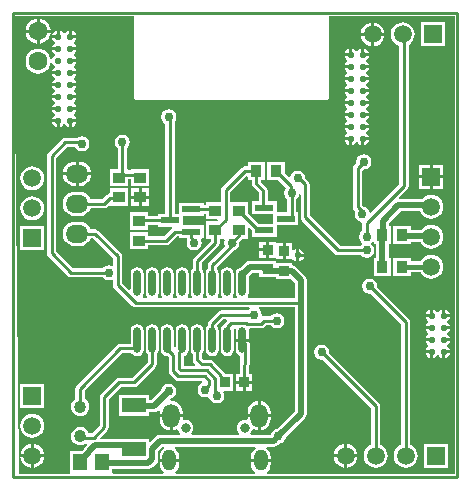
<source format=gbl>
G04*
G04 #@! TF.GenerationSoftware,Altium Limited,Altium Designer,20.1.12 (249)*
G04*
G04 Layer_Physical_Order=2*
G04 Layer_Color=16711680*
%FSLAX25Y25*%
%MOIN*%
G70*
G04*
G04 #@! TF.SameCoordinates,74860364-7C4C-4BB1-8EB4-A47DF166201D*
G04*
G04*
G04 #@! TF.FilePolarity,Positive*
G04*
G01*
G75*
%ADD14C,0.01000*%
%ADD20R,0.03937X0.03740*%
%ADD21R,0.03543X0.03347*%
%ADD22R,0.03347X0.03543*%
%ADD24R,0.03740X0.03937*%
%ADD49C,0.01968*%
%ADD50C,0.01500*%
%ADD51C,0.05906*%
%ADD52R,0.05906X0.05906*%
%ADD53C,0.04055*%
%ADD54R,0.05906X0.05906*%
%ADD55C,0.03150*%
%ADD56O,0.04528X0.07087*%
%ADD57O,0.05709X0.07874*%
%ADD58C,0.06299*%
%ADD59O,0.07500X0.06000*%
%ADD60C,0.02996*%
%ADD61C,0.02126*%
%ADD62R,0.04528X0.05512*%
%ADD63O,0.02362X0.08661*%
%ADD64R,0.07874X0.04921*%
%ADD65R,0.06299X0.02362*%
G36*
X147500Y1000D02*
X84798D01*
X84628Y1500D01*
X85084Y1849D01*
X85607Y2531D01*
X85936Y3325D01*
X86048Y4177D01*
Y4957D01*
X79464D01*
Y4177D01*
X79576Y3325D01*
X79905Y2531D01*
X80428Y1849D01*
X80884Y1500D01*
X80714Y1000D01*
X54286Y1000D01*
X54116Y1500D01*
X54572Y1849D01*
X55095Y2531D01*
X55424Y3325D01*
X55536Y4177D01*
Y4957D01*
X48952D01*
Y4177D01*
X49064Y3325D01*
X49393Y2531D01*
X49916Y1849D01*
X50372Y1500D01*
X50202Y1000D01*
X33446D01*
X33047Y1500D01*
Y2650D01*
X45259D01*
X46033Y2804D01*
X46689Y3243D01*
X47852Y4405D01*
X48290Y5061D01*
X48444Y5836D01*
Y8583D01*
X49821Y9960D01*
X50283Y9909D01*
X50435Y9462D01*
X49916Y9064D01*
X49393Y8382D01*
X49064Y7588D01*
X48952Y6736D01*
Y5957D01*
X55536D01*
Y6736D01*
X55424Y7588D01*
X55095Y8382D01*
X54572Y9064D01*
X54034Y9477D01*
X54203Y9977D01*
X80797D01*
X80966Y9477D01*
X80428Y9064D01*
X79905Y8382D01*
X79576Y7588D01*
X79464Y6736D01*
Y5957D01*
X86048D01*
Y6736D01*
X85936Y7588D01*
X85607Y8382D01*
X85084Y9064D01*
X84545Y9477D01*
X84715Y9977D01*
X87000D01*
X87774Y10131D01*
X88431Y10569D01*
X88892Y11031D01*
X89475Y11147D01*
X90301Y11699D01*
X90853Y12525D01*
X90969Y13108D01*
X97431Y19569D01*
X97869Y20226D01*
X98023Y21000D01*
Y58500D01*
Y65500D01*
X97869Y66274D01*
X97431Y66931D01*
X94431Y69931D01*
X93774Y70369D01*
X93272Y70469D01*
Y71425D01*
X87772D01*
Y71925D01*
X83740D01*
X83248Y72023D01*
X79000D01*
X78226Y71869D01*
X77569Y71431D01*
X75827Y69688D01*
X75649Y69653D01*
X74928Y69171D01*
X74445Y68449D01*
X74276Y67598D01*
Y61299D01*
X74445Y60448D01*
X74725Y60029D01*
X74458Y59529D01*
X73542D01*
X73275Y60029D01*
X73554Y60448D01*
X73724Y61299D01*
Y67598D01*
X73554Y68449D01*
X73072Y69171D01*
X72351Y69653D01*
X71500Y69822D01*
X70649Y69653D01*
X69928Y69171D01*
X69446Y68449D01*
X69276Y67598D01*
Y61299D01*
X69446Y60448D01*
X69725Y60029D01*
X69458Y59529D01*
X68542D01*
X68275Y60029D01*
X68555Y60448D01*
X68724Y61299D01*
Y67598D01*
X68555Y68449D01*
X68072Y69171D01*
X68029Y69200D01*
Y69867D01*
X73769Y75606D01*
X73975Y75647D01*
X74801Y76199D01*
X75353Y77025D01*
X75547Y78000D01*
X75483Y78320D01*
X76545Y79382D01*
X78469D01*
Y83062D01*
X78930Y83253D01*
X79764Y82420D01*
Y80079D01*
X88063D01*
Y83819D01*
X95150D01*
Y88181D01*
X94529D01*
Y92518D01*
X94801Y92699D01*
X95353Y93525D01*
X95471Y94116D01*
X95971Y94067D01*
Y86500D01*
X96087Y85915D01*
X96419Y85419D01*
X107419Y74419D01*
X107915Y74087D01*
X108500Y73971D01*
X116018D01*
X116199Y73699D01*
X117025Y73147D01*
X118000Y72953D01*
X118975Y73147D01*
X119801Y73699D01*
X120353Y74525D01*
X120547Y75500D01*
X120353Y76475D01*
X119801Y77301D01*
X119503Y77500D01*
Y78000D01*
X119801Y78199D01*
X119882Y78320D01*
X120382Y78168D01*
Y77531D01*
X121229D01*
Y72969D01*
X120382D01*
Y67032D01*
X126122D01*
Y72969D01*
X125275D01*
Y77531D01*
X126122D01*
Y83469D01*
X125444D01*
Y84583D01*
X129338Y88477D01*
X135853D01*
X136047Y88007D01*
X136681Y87181D01*
X137507Y86547D01*
X138468Y86149D01*
X139500Y86013D01*
X140532Y86149D01*
X141493Y86547D01*
X142319Y87181D01*
X142953Y88007D01*
X143351Y88968D01*
X143487Y90000D01*
X143351Y91032D01*
X142953Y91993D01*
X142319Y92819D01*
X141493Y93453D01*
X140532Y93851D01*
X139500Y93987D01*
X138468Y93851D01*
X137507Y93453D01*
X136681Y92819D01*
X136454Y92523D01*
X128893D01*
X128686Y93023D01*
X131534Y95871D01*
X131866Y96368D01*
X131982Y96953D01*
Y144043D01*
X131993Y144047D01*
X132819Y144681D01*
X133453Y145507D01*
X133851Y146468D01*
X133987Y147500D01*
X133851Y148532D01*
X133453Y149493D01*
X132819Y150319D01*
X131993Y150953D01*
X131032Y151351D01*
X130000Y151487D01*
X128968Y151351D01*
X128007Y150953D01*
X127181Y150319D01*
X126547Y149493D01*
X126149Y148532D01*
X126013Y147500D01*
X126149Y146468D01*
X126547Y145507D01*
X127181Y144681D01*
X128007Y144047D01*
X128923Y143667D01*
Y97586D01*
X119387Y88050D01*
X118909Y88195D01*
X118853Y88475D01*
X118301Y89301D01*
X117475Y89853D01*
X117258Y89896D01*
X116529Y90625D01*
Y102062D01*
X116993Y102454D01*
X117000Y102453D01*
X117975Y102647D01*
X118801Y103199D01*
X119353Y104025D01*
X119547Y105000D01*
X119353Y105975D01*
X118801Y106801D01*
X117975Y107353D01*
X117000Y107547D01*
X116025Y107353D01*
X115199Y106801D01*
X114647Y105975D01*
X114453Y105000D01*
X114517Y104680D01*
X113919Y104081D01*
X113587Y103585D01*
X113471Y103000D01*
Y89991D01*
X113587Y89406D01*
X113919Y88910D01*
X114230Y88599D01*
X114147Y88475D01*
X113953Y87500D01*
X114147Y86525D01*
X114699Y85699D01*
X115525Y85147D01*
X116068Y85039D01*
X116471Y84500D01*
Y81982D01*
X116199Y81801D01*
X115647Y80975D01*
X115453Y80000D01*
X115647Y79025D01*
X116199Y78199D01*
X116497Y78000D01*
Y77500D01*
X116199Y77301D01*
X116018Y77029D01*
X109134D01*
X99029Y87134D01*
Y97500D01*
X98913Y98085D01*
X98581Y98581D01*
X97518Y99645D01*
X97353Y100475D01*
X96801Y101301D01*
X95975Y101853D01*
X95000Y102047D01*
X94025Y101853D01*
X93199Y101301D01*
X92647Y100475D01*
X92547Y99973D01*
X92005Y99808D01*
X90618Y101194D01*
Y104969D01*
X84878D01*
Y99032D01*
X88455D01*
X91089Y96398D01*
Y96136D01*
X90647Y95475D01*
X90453Y94500D01*
X90647Y93525D01*
X91199Y92699D01*
X91471Y92518D01*
Y88181D01*
X88063D01*
Y91921D01*
X85029D01*
Y95500D01*
X84913Y96085D01*
X84581Y96581D01*
X82781Y98382D01*
Y99032D01*
X84122D01*
Y104969D01*
X78382D01*
Y103529D01*
X77500D01*
X76915Y103413D01*
X76419Y103081D01*
X69887Y96550D01*
X69556Y96054D01*
X69439Y95468D01*
Y91618D01*
X64531D01*
Y90770D01*
X63693D01*
Y91421D01*
X55394D01*
Y87681D01*
X53986D01*
Y118476D01*
X54353Y119025D01*
X54547Y120000D01*
X54353Y120975D01*
X53801Y121801D01*
X52975Y122353D01*
X52000Y122547D01*
X51025Y122353D01*
X50199Y121801D01*
X49647Y120975D01*
X49453Y120000D01*
X49647Y119025D01*
X50199Y118199D01*
X50927Y117712D01*
Y87681D01*
X48307D01*
Y87029D01*
X44969D01*
Y88118D01*
X39031D01*
Y82378D01*
X44969D01*
Y83971D01*
X48307D01*
Y83319D01*
X52993D01*
X53150Y82915D01*
X53156Y82819D01*
X50618Y80281D01*
X44969D01*
Y81622D01*
X39031D01*
Y75882D01*
X44969D01*
Y77223D01*
X51252D01*
X51837Y77339D01*
X52333Y77671D01*
X54893Y80230D01*
X55394D01*
Y79579D01*
X58014D01*
Y79497D01*
X58130Y78912D01*
X58133Y78907D01*
X57953Y78000D01*
X58147Y77025D01*
X58699Y76199D01*
X59525Y75647D01*
X60500Y75453D01*
X61475Y75647D01*
X62301Y76199D01*
X62853Y77025D01*
X63047Y78000D01*
X62853Y78975D01*
X62744Y79138D01*
X62980Y79579D01*
X63693D01*
Y83941D01*
X56606D01*
Y87059D01*
X63693D01*
Y87711D01*
X64531D01*
Y85878D01*
X68254D01*
X68464Y85401D01*
X68240Y85122D01*
X64531D01*
Y79382D01*
X65971D01*
Y78633D01*
X60419Y73081D01*
X60087Y72585D01*
X59971Y72000D01*
Y69200D01*
X59927Y69171D01*
X59446Y68449D01*
X59276Y67598D01*
Y61299D01*
X59446Y60448D01*
X59725Y60029D01*
X59458Y59529D01*
X58542D01*
X58275Y60029D01*
X58555Y60448D01*
X58724Y61299D01*
Y67598D01*
X58555Y68449D01*
X58073Y69171D01*
X57351Y69653D01*
X56500Y69822D01*
X55649Y69653D01*
X54927Y69171D01*
X54445Y68449D01*
X54276Y67598D01*
Y61299D01*
X54445Y60448D01*
X54725Y60029D01*
X54458Y59529D01*
X53542D01*
X53275Y60029D01*
X53554Y60448D01*
X53724Y61299D01*
Y67598D01*
X53554Y68449D01*
X53073Y69171D01*
X52351Y69653D01*
X51500Y69822D01*
X50649Y69653D01*
X49927Y69171D01*
X49445Y68449D01*
X49276Y67598D01*
Y61299D01*
X49445Y60448D01*
X49725Y60029D01*
X49458Y59529D01*
X48542D01*
X48275Y60029D01*
X48555Y60448D01*
X48724Y61299D01*
Y67598D01*
X48555Y68449D01*
X48072Y69171D01*
X47351Y69653D01*
X46500Y69822D01*
X45649Y69653D01*
X44927Y69171D01*
X44445Y68449D01*
X44276Y67598D01*
Y61299D01*
X44445Y60448D01*
X44725Y60029D01*
X44458Y59529D01*
X43542D01*
X43275Y60029D01*
X43555Y60448D01*
X43724Y61299D01*
Y67598D01*
X43555Y68449D01*
X43073Y69171D01*
X42351Y69653D01*
X41500Y69822D01*
X40649Y69653D01*
X39928Y69171D01*
X39445Y68449D01*
X39276Y67598D01*
Y62548D01*
X38814Y62356D01*
X36527Y64643D01*
Y73502D01*
X36411Y74087D01*
X36079Y74583D01*
X28581Y82081D01*
X28085Y82413D01*
X27500Y82529D01*
X25946D01*
X25744Y83017D01*
X25103Y83853D01*
X24267Y84494D01*
X23294Y84897D01*
X22250Y85035D01*
X20750D01*
X19706Y84897D01*
X18733Y84494D01*
X17897Y83853D01*
X17256Y83017D01*
X16853Y82044D01*
X16715Y81000D01*
X16853Y79956D01*
X17256Y78983D01*
X17897Y78147D01*
X18733Y77506D01*
X19706Y77103D01*
X20750Y76965D01*
X22250D01*
X23294Y77103D01*
X24267Y77506D01*
X25103Y78147D01*
X25744Y78983D01*
X25946Y79471D01*
X26866D01*
X33469Y72869D01*
Y70553D01*
X33028Y70318D01*
X32975Y70353D01*
X32000Y70547D01*
X31025Y70353D01*
X30199Y69801D01*
X30018Y69529D01*
X20133D01*
X14529Y75134D01*
Y106367D01*
X18134Y109971D01*
X20684D01*
X21199Y109199D01*
X22025Y108647D01*
X23000Y108453D01*
X23975Y108647D01*
X24801Y109199D01*
X25353Y110025D01*
X25547Y111000D01*
X25353Y111975D01*
X24801Y112801D01*
X23975Y113353D01*
X23000Y113547D01*
X22025Y113353D01*
X21541Y113029D01*
X17500D01*
X16915Y112913D01*
X16419Y112581D01*
X11919Y108081D01*
X11587Y107585D01*
X11471Y107000D01*
Y74500D01*
X11587Y73915D01*
X11919Y73419D01*
X18419Y66919D01*
X18915Y66587D01*
X19500Y66471D01*
X30018D01*
X30199Y66199D01*
X31025Y65647D01*
X32000Y65453D01*
X32975Y65647D01*
X33028Y65682D01*
X33469Y65447D01*
Y64009D01*
X33585Y63424D01*
X33917Y62928D01*
X39926Y56919D01*
X40422Y56587D01*
X41008Y56471D01*
X78801D01*
X78953Y55971D01*
X78699Y55801D01*
X78518Y55529D01*
X69575D01*
X68990Y55413D01*
X68494Y55081D01*
X65419Y52006D01*
X65087Y51510D01*
X64971Y50925D01*
Y50302D01*
X64928Y50273D01*
X64446Y49552D01*
X64276Y48701D01*
Y42402D01*
X64446Y41550D01*
X64928Y40829D01*
X65649Y40347D01*
X66500Y40178D01*
X67351Y40347D01*
X68072Y40829D01*
X68555Y41550D01*
X68724Y42402D01*
Y48701D01*
X68555Y49552D01*
X68072Y50273D01*
X68067Y50329D01*
X70209Y52471D01*
X71101D01*
X71308Y51971D01*
X70419Y51081D01*
X70087Y50585D01*
X70040Y50348D01*
X69928Y50273D01*
X69446Y49552D01*
X69276Y48701D01*
Y42402D01*
X69446Y41550D01*
X69928Y40829D01*
X70649Y40347D01*
X71500Y40178D01*
X72351Y40347D01*
X73072Y40829D01*
X73554Y41550D01*
X73724Y42402D01*
Y48701D01*
X73655Y49049D01*
X74000Y49490D01*
X74347Y49056D01*
X74276Y48701D01*
Y46051D01*
X78724D01*
Y48701D01*
X78647Y49086D01*
X78964Y49473D01*
X82860D01*
X83445Y49589D01*
X83941Y49920D01*
X84491Y50471D01*
X86018D01*
X86199Y50199D01*
X87025Y49647D01*
X88000Y49453D01*
X88975Y49647D01*
X89801Y50199D01*
X90353Y51025D01*
X90547Y52000D01*
X90353Y52975D01*
X89801Y53801D01*
X88975Y54353D01*
X88000Y54547D01*
X87025Y54353D01*
X86199Y53801D01*
X86018Y53529D01*
X83858D01*
X83447Y53448D01*
X83005Y53790D01*
X83047Y54000D01*
X82853Y54975D01*
X82301Y55801D01*
X82047Y55971D01*
X82199Y56471D01*
X93977D01*
Y21838D01*
X88108Y15969D01*
X87525Y15853D01*
X86699Y15301D01*
X86147Y14475D01*
X86057Y14023D01*
X79448D01*
X79312Y14236D01*
X79237Y14523D01*
X79592Y14985D01*
X79851Y15611D01*
X79860Y15676D01*
X80393Y15897D01*
X81159Y15579D01*
X81665Y15513D01*
Y19917D01*
X78278D01*
Y19335D01*
X78301Y19160D01*
X77842Y18815D01*
X77342Y18880D01*
X76670Y18792D01*
X76044Y18533D01*
X75506Y18120D01*
X75093Y17582D01*
X74834Y16956D01*
X74746Y16284D01*
X74834Y15611D01*
X75093Y14985D01*
X75448Y14523D01*
X75373Y14236D01*
X75237Y14023D01*
X59763D01*
X59627Y14236D01*
X59552Y14523D01*
X59907Y14985D01*
X60166Y15611D01*
X60255Y16284D01*
X60166Y16956D01*
X59907Y17582D01*
X59494Y18120D01*
X58956Y18533D01*
X58330Y18792D01*
X57657Y18880D01*
X57158Y18815D01*
X56699Y19160D01*
X56722Y19335D01*
Y19917D01*
X53335D01*
Y15513D01*
X53841Y15579D01*
X54607Y15897D01*
X55140Y15676D01*
X55149Y15611D01*
X55408Y14985D01*
X55763Y14523D01*
X55688Y14236D01*
X55552Y14023D01*
X49000D01*
X48226Y13869D01*
X47569Y13431D01*
X45899Y11760D01*
X45437Y11951D01*
Y12579D01*
X35563D01*
Y12523D01*
X29339D01*
X29148Y12985D01*
X31581Y15419D01*
X31913Y15915D01*
X32029Y16500D01*
Y25866D01*
X36132Y29969D01*
X40498D01*
X41083Y30085D01*
X41579Y30417D01*
X47581Y36419D01*
X47913Y36915D01*
X48029Y37500D01*
Y40800D01*
X48072Y40829D01*
X48555Y41550D01*
X48724Y42402D01*
Y48701D01*
X48555Y49552D01*
X48072Y50273D01*
X47351Y50755D01*
X46500Y50925D01*
X45649Y50755D01*
X44927Y50273D01*
X44445Y49552D01*
X44276Y48701D01*
Y42402D01*
X44445Y41550D01*
X44927Y40829D01*
X44971Y40800D01*
Y38133D01*
X39865Y33027D01*
X35498D01*
X34913Y32911D01*
X34417Y32579D01*
X29419Y27581D01*
X29087Y27085D01*
X28971Y26500D01*
Y17133D01*
X26366Y14529D01*
X25351D01*
X25145Y15027D01*
X24659Y15659D01*
X24027Y16145D01*
X23290Y16450D01*
X22500Y16554D01*
X21710Y16450D01*
X20973Y16145D01*
X20341Y15659D01*
X19855Y15027D01*
X19550Y14290D01*
X19446Y13500D01*
X19550Y12710D01*
X19855Y11973D01*
X20341Y11341D01*
X20973Y10855D01*
X21710Y10550D01*
X22500Y10446D01*
X23290Y10550D01*
X24027Y10855D01*
X24483Y11205D01*
X24579Y11190D01*
X24753Y10656D01*
X24105Y10008D01*
X23699Y9400D01*
X23054Y8756D01*
X19236D01*
Y1244D01*
X18837Y1000D01*
X2010D01*
X508Y153145D01*
X860Y153500D01*
X40449D01*
Y126502D01*
X40527Y126112D01*
X40747Y125781D01*
X41078Y125560D01*
X41469Y125483D01*
X104496D01*
X104886Y125560D01*
X105217Y125781D01*
X105438Y126112D01*
X105516Y126502D01*
Y153500D01*
X147500D01*
Y1000D01*
D02*
G37*
G36*
X78382Y100012D02*
Y99032D01*
X79723D01*
Y97748D01*
X79839Y97163D01*
X80171Y96667D01*
X81971Y94867D01*
Y91921D01*
X79764D01*
Y87559D01*
X86850D01*
Y84441D01*
X82068D01*
X78469Y88041D01*
Y91618D01*
X72531D01*
X72498Y92104D01*
Y94835D01*
X77882Y100219D01*
X78382Y100012D01*
D02*
G37*
G36*
X82228Y66579D02*
X84236D01*
X84748Y66477D01*
X87728D01*
Y66079D01*
X92560D01*
X93977Y64662D01*
Y59529D01*
X78542D01*
X78275Y60029D01*
X78554Y60448D01*
X78724Y61299D01*
Y66863D01*
X79838Y67977D01*
X82228D01*
Y66579D01*
D02*
G37*
G36*
X70556Y79088D02*
X70643Y78954D01*
X70453Y78000D01*
X70647Y77025D01*
X70733Y76896D01*
X65419Y71581D01*
X65087Y71085D01*
X64971Y70500D01*
Y69200D01*
X64928Y69171D01*
X64446Y68449D01*
X64276Y67598D01*
Y61299D01*
X64446Y60448D01*
X64725Y60029D01*
X64458Y59529D01*
X63542D01*
X63275Y60029D01*
X63555Y60448D01*
X63724Y61299D01*
Y67598D01*
X63555Y68449D01*
X63073Y69171D01*
X63029Y69200D01*
Y71367D01*
X68581Y76919D01*
X68913Y77415D01*
X69029Y78000D01*
Y79382D01*
X70318D01*
X70556Y79088D01*
D02*
G37*
%LPC*%
G36*
X9000Y152620D02*
Y149000D01*
X12620D01*
X12543Y149583D01*
X12125Y150593D01*
X11460Y151460D01*
X10593Y152125D01*
X9583Y152543D01*
X9000Y152620D01*
D02*
G37*
G36*
X8000D02*
X7417Y152543D01*
X6407Y152125D01*
X5540Y151460D01*
X4875Y150593D01*
X4457Y149583D01*
X4380Y149000D01*
X8000D01*
Y152620D01*
D02*
G37*
G36*
X120500Y151421D02*
Y148000D01*
X123921D01*
X123851Y148532D01*
X123453Y149493D01*
X122819Y150319D01*
X121993Y150953D01*
X121032Y151351D01*
X120500Y151421D01*
D02*
G37*
G36*
X119500D02*
X118968Y151351D01*
X118007Y150953D01*
X117181Y150319D01*
X116547Y149493D01*
X116149Y148532D01*
X116079Y148000D01*
X119500D01*
Y151421D01*
D02*
G37*
G36*
X18697Y148681D02*
X18392Y148620D01*
X17709Y148164D01*
X17497Y147847D01*
X16896D01*
X16684Y148164D01*
X16002Y148620D01*
X15697Y148681D01*
Y146677D01*
X15197D01*
Y146177D01*
X13193D01*
X13253Y145872D01*
X13709Y145190D01*
X14027Y144978D01*
Y144377D01*
X13709Y144165D01*
X13253Y143482D01*
X13193Y143177D01*
X15197D01*
Y142177D01*
X13193D01*
X13253Y141872D01*
X13709Y141190D01*
X14027Y140978D01*
Y140376D01*
X13709Y140164D01*
X13253Y139482D01*
X13137Y138898D01*
X12631Y138915D01*
X12543Y139583D01*
X12125Y140593D01*
X11460Y141460D01*
X10593Y142125D01*
X9583Y142543D01*
X8500Y142685D01*
X7417Y142543D01*
X6407Y142125D01*
X5540Y141460D01*
X4875Y140593D01*
X4457Y139583D01*
X4315Y138500D01*
X4457Y137417D01*
X4875Y136407D01*
X5540Y135540D01*
X6407Y134875D01*
X7417Y134457D01*
X8500Y134315D01*
X9583Y134457D01*
X10593Y134875D01*
X11460Y135540D01*
X12125Y136407D01*
X12543Y137417D01*
X12659Y138298D01*
X13165Y138315D01*
X13253Y137872D01*
X13709Y137190D01*
X14027Y136978D01*
Y136377D01*
X13709Y136164D01*
X13253Y135482D01*
X13193Y135177D01*
X15197D01*
Y134177D01*
X13193D01*
X13253Y133872D01*
X13709Y133190D01*
X14027Y132978D01*
Y132377D01*
X13709Y132165D01*
X13253Y131482D01*
X13193Y131177D01*
X15197D01*
Y130177D01*
X13193D01*
X13253Y129872D01*
X13709Y129190D01*
X14027Y128978D01*
Y128376D01*
X13709Y128165D01*
X13253Y127482D01*
X13193Y127177D01*
X15197D01*
Y126177D01*
X13193D01*
X13253Y125872D01*
X13709Y125190D01*
X14027Y124978D01*
Y124376D01*
X13709Y124164D01*
X13253Y123482D01*
X13193Y123177D01*
X15197D01*
Y122177D01*
X13193D01*
X13253Y121872D01*
X13709Y121190D01*
X14027Y120978D01*
Y120377D01*
X13709Y120165D01*
X13253Y119482D01*
X13193Y119177D01*
X15197D01*
Y118677D01*
X15697D01*
Y116673D01*
X16002Y116734D01*
X16684Y117190D01*
X16896Y117507D01*
X17497D01*
X17709Y117190D01*
X18392Y116734D01*
X18697Y116673D01*
Y118677D01*
X19197D01*
Y119177D01*
X21201D01*
X21140Y119482D01*
X20684Y120165D01*
X20367Y120377D01*
Y120978D01*
X20684Y121190D01*
X21140Y121872D01*
X21201Y122177D01*
X19197D01*
Y123177D01*
X21201D01*
X21140Y123482D01*
X20684Y124164D01*
X20367Y124376D01*
Y124978D01*
X20684Y125190D01*
X21140Y125872D01*
X21201Y126177D01*
X19197D01*
Y127177D01*
X21201D01*
X21140Y127482D01*
X20684Y128165D01*
X20367Y128376D01*
Y128978D01*
X20684Y129190D01*
X21140Y129872D01*
X21201Y130177D01*
X19197D01*
Y131177D01*
X21201D01*
X21140Y131482D01*
X20684Y132165D01*
X20367Y132377D01*
Y132978D01*
X20684Y133190D01*
X21140Y133872D01*
X21201Y134177D01*
X19197D01*
Y135177D01*
X21201D01*
X21140Y135482D01*
X20684Y136164D01*
X20367Y136377D01*
Y136978D01*
X20684Y137190D01*
X21140Y137872D01*
X21201Y138177D01*
X19197D01*
Y139177D01*
X21201D01*
X21140Y139482D01*
X20684Y140164D01*
X20367Y140376D01*
Y140978D01*
X20684Y141190D01*
X21140Y141872D01*
X21201Y142177D01*
X19197D01*
Y143177D01*
X21201D01*
X21140Y143482D01*
X20684Y144165D01*
X20367Y144377D01*
Y144978D01*
X20684Y145190D01*
X21140Y145872D01*
X21201Y146177D01*
X19197D01*
Y146677D01*
X18697D01*
Y148681D01*
D02*
G37*
G36*
X19697D02*
Y147177D01*
X21201D01*
X21140Y147482D01*
X20684Y148164D01*
X20002Y148620D01*
X19697Y148681D01*
D02*
G37*
G36*
X14697D02*
X14392Y148620D01*
X13709Y148164D01*
X13253Y147482D01*
X13193Y147177D01*
X14697D01*
Y148681D01*
D02*
G37*
G36*
X12620Y148000D02*
X9000D01*
Y144380D01*
X9583Y144457D01*
X10593Y144875D01*
X11460Y145540D01*
X12125Y146407D01*
X12543Y147417D01*
X12620Y148000D01*
D02*
G37*
G36*
X8000D02*
X4380D01*
X4457Y147417D01*
X4875Y146407D01*
X5540Y145540D01*
X6407Y144875D01*
X7417Y144457D01*
X8000Y144380D01*
Y148000D01*
D02*
G37*
G36*
X123921Y147000D02*
X120500D01*
Y143579D01*
X121032Y143649D01*
X121993Y144047D01*
X122819Y144681D01*
X123453Y145507D01*
X123851Y146468D01*
X123921Y147000D01*
D02*
G37*
G36*
X119500D02*
X116079D01*
X116149Y146468D01*
X116547Y145507D01*
X117181Y144681D01*
X118007Y144047D01*
X118968Y143649D01*
X119500Y143579D01*
Y147000D01*
D02*
G37*
G36*
X143953Y151453D02*
X136047D01*
Y143547D01*
X143953D01*
Y151453D01*
D02*
G37*
G36*
X116197Y142681D02*
X115892Y142621D01*
X115209Y142165D01*
X114997Y141847D01*
X114396D01*
X114184Y142165D01*
X113502Y142621D01*
X113197Y142681D01*
Y140677D01*
X112697D01*
Y140177D01*
X110693D01*
X110754Y139872D01*
X111209Y139190D01*
X111527Y138978D01*
Y138376D01*
X111209Y138164D01*
X110754Y137482D01*
X110693Y137177D01*
X112697D01*
Y136177D01*
X110693D01*
X110754Y135872D01*
X111209Y135190D01*
X111527Y134978D01*
Y134377D01*
X111209Y134165D01*
X110754Y133482D01*
X110693Y133177D01*
X112697D01*
Y132177D01*
X110693D01*
X110754Y131872D01*
X111209Y131190D01*
X111527Y130978D01*
Y130377D01*
X111209Y130165D01*
X110754Y129482D01*
X110693Y129177D01*
X112697D01*
Y128177D01*
X110693D01*
X110754Y127872D01*
X111209Y127190D01*
X111527Y126978D01*
Y126376D01*
X111209Y126164D01*
X110754Y125482D01*
X110693Y125177D01*
X112697D01*
Y124177D01*
X110693D01*
X110754Y123872D01*
X111209Y123190D01*
X111527Y122978D01*
Y122377D01*
X111209Y122164D01*
X110754Y121482D01*
X110693Y121177D01*
X112697D01*
Y120177D01*
X110693D01*
X110754Y119872D01*
X111209Y119190D01*
X111527Y118978D01*
Y118377D01*
X111209Y118165D01*
X110754Y117482D01*
X110693Y117177D01*
X112697D01*
Y116177D01*
X110693D01*
X110754Y115872D01*
X111209Y115190D01*
X111527Y114978D01*
Y114376D01*
X111209Y114164D01*
X110754Y113482D01*
X110693Y113177D01*
X112697D01*
Y112677D01*
X113197D01*
Y110673D01*
X113502Y110734D01*
X114184Y111190D01*
X114396Y111507D01*
X114997D01*
X115209Y111190D01*
X115892Y110734D01*
X116197Y110673D01*
Y112677D01*
X116697D01*
Y113177D01*
X118701D01*
X118640Y113482D01*
X118184Y114164D01*
X117867Y114376D01*
Y114978D01*
X118184Y115190D01*
X118640Y115872D01*
X118701Y116177D01*
X116697D01*
Y117177D01*
X118701D01*
X118640Y117482D01*
X118184Y118165D01*
X117867Y118377D01*
Y118978D01*
X118184Y119190D01*
X118640Y119872D01*
X118701Y120177D01*
X116697D01*
Y121177D01*
X118701D01*
X118640Y121482D01*
X118184Y122164D01*
X117867Y122377D01*
Y122978D01*
X118184Y123190D01*
X118640Y123872D01*
X118701Y124177D01*
X116697D01*
Y125177D01*
X118701D01*
X118640Y125482D01*
X118184Y126164D01*
X117867Y126376D01*
Y126978D01*
X118184Y127190D01*
X118640Y127872D01*
X118701Y128177D01*
X116697D01*
Y129177D01*
X118701D01*
X118640Y129482D01*
X118184Y130165D01*
X117867Y130377D01*
Y130978D01*
X118184Y131190D01*
X118640Y131872D01*
X118701Y132177D01*
X116697D01*
Y133177D01*
X118701D01*
X118640Y133482D01*
X118184Y134165D01*
X117867Y134377D01*
Y134978D01*
X118184Y135190D01*
X118640Y135872D01*
X118701Y136177D01*
X116697D01*
Y137177D01*
X118701D01*
X118640Y137482D01*
X118184Y138164D01*
X117867Y138376D01*
Y138978D01*
X118184Y139190D01*
X118640Y139872D01*
X118701Y140177D01*
X116697D01*
Y140677D01*
X116197D01*
Y142681D01*
D02*
G37*
G36*
X117197D02*
Y141177D01*
X118701D01*
X118640Y141482D01*
X118184Y142165D01*
X117502Y142621D01*
X117197Y142681D01*
D02*
G37*
G36*
X112197D02*
X111892Y142621D01*
X111209Y142165D01*
X110754Y141482D01*
X110693Y141177D01*
X112197D01*
Y142681D01*
D02*
G37*
G36*
X21201Y118177D02*
X19697D01*
Y116673D01*
X20002Y116734D01*
X20684Y117190D01*
X21140Y117872D01*
X21201Y118177D01*
D02*
G37*
G36*
X14697D02*
X13193D01*
X13253Y117872D01*
X13709Y117190D01*
X14392Y116734D01*
X14697Y116673D01*
Y118177D01*
D02*
G37*
G36*
X118701Y112177D02*
X117197D01*
Y110673D01*
X117502Y110734D01*
X118184Y111190D01*
X118640Y111872D01*
X118701Y112177D01*
D02*
G37*
G36*
X112197D02*
X110693D01*
X110754Y111872D01*
X111209Y111190D01*
X111892Y110734D01*
X112197Y110673D01*
Y112177D01*
D02*
G37*
G36*
X22250Y105034D02*
X22000D01*
Y101500D01*
X26219D01*
X26147Y102044D01*
X25744Y103017D01*
X25103Y103853D01*
X24267Y104494D01*
X23294Y104897D01*
X22250Y105034D01*
D02*
G37*
G36*
X21000D02*
X20750D01*
X19706Y104897D01*
X18733Y104494D01*
X17897Y103853D01*
X17256Y103017D01*
X16853Y102044D01*
X16781Y101500D01*
X21000D01*
Y105034D01*
D02*
G37*
G36*
X143453Y103953D02*
X140000D01*
Y100500D01*
X143453D01*
Y103953D01*
D02*
G37*
G36*
X139000D02*
X135547D01*
Y100500D01*
X139000D01*
Y103953D01*
D02*
G37*
G36*
X26219Y100500D02*
X22000D01*
Y96965D01*
X22250D01*
X23294Y97103D01*
X24267Y97506D01*
X25103Y98147D01*
X25744Y98983D01*
X26147Y99956D01*
X26219Y100500D01*
D02*
G37*
G36*
X21000D02*
X16781D01*
X16853Y99956D01*
X17256Y98983D01*
X17897Y98147D01*
X18733Y97506D01*
X19706Y97103D01*
X20750Y96965D01*
X21000D01*
Y100500D01*
D02*
G37*
G36*
X36500Y114047D02*
X35525Y113853D01*
X34699Y113301D01*
X34147Y112475D01*
X33953Y111500D01*
X34147Y110525D01*
X34699Y109699D01*
X34971Y109518D01*
Y102618D01*
X32531D01*
Y96878D01*
X38469D01*
Y99219D01*
X39531D01*
Y96878D01*
X45469D01*
Y102618D01*
X39531D01*
Y102277D01*
X38469D01*
Y102618D01*
X38029D01*
Y109518D01*
X38301Y109699D01*
X38853Y110525D01*
X39047Y111500D01*
X38853Y112475D01*
X38301Y113301D01*
X37475Y113853D01*
X36500Y114047D01*
D02*
G37*
G36*
X143453Y99500D02*
X140000D01*
Y96047D01*
X143453D01*
Y99500D01*
D02*
G37*
G36*
X139000D02*
X135547D01*
Y96047D01*
X139000D01*
Y99500D01*
D02*
G37*
G36*
X6500Y103487D02*
X5468Y103351D01*
X4507Y102953D01*
X3681Y102319D01*
X3047Y101493D01*
X2649Y100532D01*
X2513Y99500D01*
X2649Y98468D01*
X3047Y97507D01*
X3681Y96681D01*
X4507Y96047D01*
X5468Y95649D01*
X6500Y95513D01*
X7532Y95649D01*
X8493Y96047D01*
X9319Y96681D01*
X9953Y97507D01*
X10351Y98468D01*
X10487Y99500D01*
X10351Y100532D01*
X9953Y101493D01*
X9319Y102319D01*
X8493Y102953D01*
X7532Y103351D01*
X6500Y103487D01*
D02*
G37*
G36*
X45469Y96122D02*
X43000D01*
Y93752D01*
X45469D01*
Y96122D01*
D02*
G37*
G36*
X42000D02*
X39531D01*
Y93752D01*
X42000D01*
Y96122D01*
D02*
G37*
G36*
X38469D02*
X32531D01*
Y94529D01*
X32500D01*
X31915Y94413D01*
X31419Y94081D01*
X29866Y92529D01*
X25946D01*
X25744Y93017D01*
X25103Y93853D01*
X24267Y94494D01*
X23294Y94897D01*
X22250Y95034D01*
X20750D01*
X19706Y94897D01*
X18733Y94494D01*
X17897Y93853D01*
X17256Y93017D01*
X16853Y92044D01*
X16715Y91000D01*
X16853Y89956D01*
X17256Y88983D01*
X17897Y88147D01*
X18733Y87506D01*
X19706Y87103D01*
X20750Y86966D01*
X22250D01*
X23294Y87103D01*
X24267Y87506D01*
X25103Y88147D01*
X25744Y88983D01*
X25946Y89471D01*
X30500D01*
X31085Y89587D01*
X31581Y89919D01*
X32187Y90525D01*
X32531Y90382D01*
Y90382D01*
X38469D01*
Y96122D01*
D02*
G37*
G36*
X45469Y92752D02*
X43000D01*
Y90382D01*
X45469D01*
Y92752D01*
D02*
G37*
G36*
X42000D02*
X39531D01*
Y90382D01*
X42000D01*
Y92752D01*
D02*
G37*
G36*
X6500Y93487D02*
X5468Y93351D01*
X4507Y92953D01*
X3681Y92319D01*
X3047Y91493D01*
X2649Y90532D01*
X2513Y89500D01*
X2649Y88468D01*
X3047Y87507D01*
X3681Y86681D01*
X4507Y86047D01*
X5468Y85649D01*
X6500Y85513D01*
X7532Y85649D01*
X8493Y86047D01*
X9319Y86681D01*
X9953Y87507D01*
X10351Y88468D01*
X10487Y89500D01*
X10351Y90532D01*
X9953Y91493D01*
X9319Y92319D01*
X8493Y92953D01*
X7532Y93351D01*
X6500Y93487D01*
D02*
G37*
G36*
X139500Y83987D02*
X138468Y83851D01*
X137507Y83453D01*
X136681Y82819D01*
X136262Y82273D01*
X132618D01*
Y83469D01*
X126878D01*
Y77531D01*
X132618D01*
Y78227D01*
X135956D01*
X136047Y78007D01*
X136681Y77181D01*
X137507Y76547D01*
X138468Y76149D01*
X139500Y76013D01*
X140532Y76149D01*
X141493Y76547D01*
X142319Y77181D01*
X142953Y78007D01*
X143351Y78968D01*
X143487Y80000D01*
X143351Y81032D01*
X142953Y81993D01*
X142319Y82819D01*
X141493Y83453D01*
X140532Y83851D01*
X139500Y83987D01*
D02*
G37*
G36*
X84500Y78421D02*
X82228D01*
Y76248D01*
X84500D01*
Y78421D01*
D02*
G37*
G36*
X10453Y83453D02*
X2547D01*
Y75547D01*
X10453D01*
Y83453D01*
D02*
G37*
G36*
X95531Y75861D02*
Y74357D01*
X97035D01*
X96974Y74661D01*
X96518Y75344D01*
X95836Y75800D01*
X95531Y75861D01*
D02*
G37*
G36*
X84500Y75248D02*
X82228D01*
Y73075D01*
X84500D01*
Y75248D01*
D02*
G37*
G36*
X87772Y78421D02*
X85500D01*
Y75748D01*
Y73075D01*
X87728D01*
Y72575D01*
X90000D01*
Y75248D01*
Y77921D01*
X87772D01*
Y78421D01*
D02*
G37*
G36*
X97035Y73357D02*
X95531D01*
Y71853D01*
X95836Y71913D01*
X96518Y72369D01*
X96974Y73052D01*
X97035Y73357D01*
D02*
G37*
G36*
X93272Y77921D02*
X91000D01*
Y75248D01*
Y72575D01*
X93272D01*
X93533Y72384D01*
X93543Y72369D01*
X93544Y72369D01*
X94226Y71913D01*
X94531Y71853D01*
Y73857D01*
Y75861D01*
X94226Y75800D01*
X93772Y75496D01*
X93272Y75763D01*
Y77921D01*
D02*
G37*
G36*
X139500Y73987D02*
X138468Y73851D01*
X137507Y73453D01*
X136681Y72819D01*
X136047Y71993D01*
X135961Y71784D01*
X132618D01*
Y72969D01*
X126878D01*
Y67032D01*
X132618D01*
Y68216D01*
X135961D01*
X136047Y68007D01*
X136681Y67181D01*
X137507Y66547D01*
X138468Y66149D01*
X139500Y66013D01*
X140532Y66149D01*
X141493Y66547D01*
X142319Y67181D01*
X142953Y68007D01*
X143351Y68968D01*
X143487Y70000D01*
X143351Y71032D01*
X142953Y71993D01*
X142319Y72819D01*
X141493Y73453D01*
X140532Y73851D01*
X139500Y73987D01*
D02*
G37*
G36*
X143197Y55681D02*
X142892Y55620D01*
X142209Y55164D01*
X141998Y54847D01*
X141396D01*
X141184Y55164D01*
X140502Y55620D01*
X140197Y55681D01*
Y53677D01*
X139697D01*
Y53177D01*
X137693D01*
X137753Y52872D01*
X138209Y52190D01*
X138527Y51978D01*
Y51376D01*
X138209Y51165D01*
X137753Y50482D01*
X137693Y50177D01*
X139697D01*
Y49177D01*
X137693D01*
X137753Y48872D01*
X138209Y48190D01*
X138527Y47978D01*
Y47376D01*
X138209Y47164D01*
X137753Y46482D01*
X137693Y46177D01*
X139697D01*
Y45177D01*
X137693D01*
X137753Y44872D01*
X138209Y44190D01*
X138527Y43978D01*
Y43376D01*
X138209Y43165D01*
X137753Y42482D01*
X137693Y42177D01*
X139697D01*
Y41677D01*
X140197D01*
Y39673D01*
X140502Y39734D01*
X141184Y40190D01*
X141396Y40507D01*
X141998D01*
X142209Y40190D01*
X142892Y39734D01*
X143197Y39673D01*
Y41677D01*
X143697D01*
Y42177D01*
X145701D01*
X145640Y42482D01*
X145184Y43165D01*
X144867Y43376D01*
Y43978D01*
X145184Y44190D01*
X145640Y44872D01*
X145701Y45177D01*
X143697D01*
Y46177D01*
X145701D01*
X145640Y46482D01*
X145184Y47164D01*
X144867Y47376D01*
Y47978D01*
X145184Y48190D01*
X145640Y48872D01*
X145701Y49177D01*
X143697D01*
Y50177D01*
X145701D01*
X145640Y50482D01*
X145184Y51165D01*
X144867Y51376D01*
Y51978D01*
X145184Y52190D01*
X145640Y52872D01*
X145701Y53177D01*
X143697D01*
Y53677D01*
X143197D01*
Y55681D01*
D02*
G37*
G36*
X144197D02*
Y54177D01*
X145701D01*
X145640Y54482D01*
X145184Y55164D01*
X144502Y55620D01*
X144197Y55681D01*
D02*
G37*
G36*
X139197D02*
X138892Y55620D01*
X138209Y55164D01*
X137753Y54482D01*
X137693Y54177D01*
X139197D01*
Y55681D01*
D02*
G37*
G36*
X41500Y50925D02*
X40649Y50755D01*
X39928Y50273D01*
X39445Y49552D01*
X39276Y48701D01*
Y44431D01*
X35902D01*
X35316Y44315D01*
X34820Y43983D01*
X21333Y30496D01*
X21001Y30000D01*
X20885Y29414D01*
Y25919D01*
X20341Y25502D01*
X19855Y24869D01*
X19550Y24133D01*
X19446Y23343D01*
X19550Y22552D01*
X19855Y21816D01*
X20341Y21183D01*
X20973Y20698D01*
X21710Y20393D01*
X22500Y20289D01*
X23290Y20393D01*
X24027Y20698D01*
X24659Y21183D01*
X25145Y21816D01*
X25450Y22552D01*
X25554Y23343D01*
X25450Y24133D01*
X25145Y24869D01*
X24659Y25502D01*
X24027Y25987D01*
X23944Y26022D01*
Y28781D01*
X36535Y41372D01*
X39565D01*
X39928Y40829D01*
X40649Y40347D01*
X41500Y40178D01*
X42351Y40347D01*
X43073Y40829D01*
X43555Y41550D01*
X43724Y42402D01*
Y48701D01*
X43555Y49552D01*
X43073Y50273D01*
X42351Y50755D01*
X41500Y50925D01*
D02*
G37*
G36*
X145701Y41177D02*
X144197D01*
Y39673D01*
X144502Y39734D01*
X145184Y40190D01*
X145640Y40872D01*
X145701Y41177D01*
D02*
G37*
G36*
X139197D02*
X137693D01*
X137753Y40872D01*
X138209Y40190D01*
X138892Y39734D01*
X139197Y39673D01*
Y41177D01*
D02*
G37*
G36*
X61500Y50925D02*
X60649Y50755D01*
X59927Y50273D01*
X59446Y49552D01*
X59276Y48701D01*
Y42402D01*
X59446Y41550D01*
X59927Y40829D01*
X59971Y40800D01*
Y39000D01*
X60087Y38415D01*
X60419Y37919D01*
X60846Y37491D01*
X60654Y37029D01*
X57029D01*
Y40283D01*
X57351Y40347D01*
X58073Y40829D01*
X58555Y41550D01*
X58724Y42402D01*
Y48701D01*
X58555Y49552D01*
X58073Y50273D01*
X57351Y50755D01*
X56500Y50925D01*
X55649Y50755D01*
X54927Y50273D01*
X54445Y49552D01*
X54276Y48701D01*
Y43273D01*
X53776Y43006D01*
X53724Y43041D01*
Y48701D01*
X53554Y49552D01*
X53073Y50273D01*
X52351Y50755D01*
X51500Y50925D01*
X50649Y50755D01*
X49927Y50273D01*
X49445Y49552D01*
X49276Y48701D01*
Y42402D01*
X49445Y41550D01*
X49927Y40829D01*
X50649Y40347D01*
X51500Y40178D01*
X51548Y40187D01*
X51971Y39821D01*
Y35257D01*
X52087Y34672D01*
X52419Y34176D01*
X54176Y32419D01*
X54672Y32087D01*
X55257Y31971D01*
X62971D01*
X63095Y31807D01*
X63102Y31787D01*
X62965Y31164D01*
X62422Y30801D01*
X61869Y29975D01*
X61676Y29000D01*
X61869Y28025D01*
X62422Y27199D01*
X63248Y26647D01*
X64222Y26453D01*
X65021Y26612D01*
X65583Y26349D01*
X65647Y26025D01*
X66199Y25199D01*
X67025Y24647D01*
X68000Y24453D01*
X68975Y24647D01*
X69801Y25199D01*
X70353Y26025D01*
X70547Y27000D01*
X70353Y27975D01*
X70144Y28287D01*
X70380Y28728D01*
X73425D01*
Y34272D01*
X70894D01*
X70660Y34622D01*
X66701Y38581D01*
X66204Y38913D01*
X65619Y39029D01*
X63634D01*
X63029Y39634D01*
Y40800D01*
X63073Y40829D01*
X63555Y41550D01*
X63724Y42402D01*
Y48701D01*
X63555Y49552D01*
X63073Y50273D01*
X62351Y50755D01*
X61500Y50925D01*
D02*
G37*
G36*
X78895Y45051D02*
X74276D01*
Y42402D01*
X74445Y41550D01*
X74928Y40829D01*
X75649Y40347D01*
X75927Y40292D01*
Y37975D01*
X75835Y37837D01*
X75719Y37252D01*
Y34272D01*
X74575D01*
Y32000D01*
X77248D01*
X79921D01*
Y34272D01*
X78777D01*
Y36737D01*
X78870Y36875D01*
X78986Y37461D01*
Y44594D01*
X78895Y45051D01*
D02*
G37*
G36*
X79921Y31000D02*
X77748D01*
Y28728D01*
X79921D01*
Y31000D01*
D02*
G37*
G36*
X76748D02*
X74575D01*
Y28728D01*
X76748D01*
Y31000D01*
D02*
G37*
G36*
X52000Y31047D02*
X51025Y30853D01*
X50199Y30301D01*
X49647Y29475D01*
X49531Y28892D01*
X46162Y25523D01*
X45437D01*
Y27343D01*
X35563D01*
Y20421D01*
X45437D01*
Y21477D01*
X47000D01*
X47774Y21631D01*
X48431Y22069D01*
X48531Y22170D01*
X49005Y21936D01*
X48947Y21500D01*
Y20917D01*
X56722D01*
Y21500D01*
X56590Y22506D01*
X56201Y23444D01*
X55584Y24249D01*
X54778Y24867D01*
X53841Y25255D01*
X52835Y25388D01*
X52731Y25374D01*
X52428Y25838D01*
X52567Y26066D01*
X52975Y26147D01*
X53801Y26699D01*
X54353Y27525D01*
X54547Y28500D01*
X54353Y29475D01*
X53801Y30301D01*
X52975Y30853D01*
X52000Y31047D01*
D02*
G37*
G36*
X10453Y30953D02*
X2547D01*
Y23047D01*
X10453D01*
Y30953D01*
D02*
G37*
G36*
X82665Y25322D02*
Y20917D01*
X86053D01*
Y21500D01*
X85921Y22506D01*
X85532Y23444D01*
X84914Y24249D01*
X84109Y24867D01*
X83171Y25255D01*
X82665Y25322D01*
D02*
G37*
G36*
X81665D02*
X81159Y25255D01*
X80222Y24867D01*
X79416Y24249D01*
X78799Y23444D01*
X78410Y22506D01*
X78278Y21500D01*
Y20917D01*
X81665D01*
Y25322D01*
D02*
G37*
G36*
X86053Y19917D02*
X82665D01*
Y15513D01*
X83171Y15579D01*
X84109Y15968D01*
X84914Y16586D01*
X85532Y17391D01*
X85921Y18328D01*
X86053Y19335D01*
Y19917D01*
D02*
G37*
G36*
X52335D02*
X48947D01*
Y19335D01*
X49079Y18328D01*
X49468Y17391D01*
X50086Y16586D01*
X50891Y15968D01*
X51828Y15579D01*
X52335Y15513D01*
Y19917D01*
D02*
G37*
G36*
X6500Y20987D02*
X5468Y20851D01*
X4507Y20453D01*
X3681Y19819D01*
X3047Y18993D01*
X2649Y18032D01*
X2513Y17000D01*
X2649Y15968D01*
X3047Y15007D01*
X3681Y14181D01*
X4507Y13547D01*
X5468Y13149D01*
X6500Y13013D01*
X7532Y13149D01*
X8493Y13547D01*
X9319Y14181D01*
X9953Y15007D01*
X10351Y15968D01*
X10487Y17000D01*
X10351Y18032D01*
X9953Y18993D01*
X9319Y19819D01*
X8493Y20453D01*
X7532Y20851D01*
X6500Y20987D01*
D02*
G37*
G36*
X111500Y10921D02*
Y7500D01*
X114921D01*
X114851Y8032D01*
X114453Y8993D01*
X113819Y9819D01*
X112993Y10453D01*
X112032Y10851D01*
X111500Y10921D01*
D02*
G37*
G36*
X7000D02*
Y7500D01*
X10421D01*
X10351Y8032D01*
X9953Y8993D01*
X9319Y9819D01*
X8493Y10453D01*
X7532Y10851D01*
X7000Y10921D01*
D02*
G37*
G36*
X6000D02*
X5468Y10851D01*
X4507Y10453D01*
X3681Y9819D01*
X3047Y8993D01*
X2649Y8032D01*
X2579Y7500D01*
X6000D01*
Y10921D01*
D02*
G37*
G36*
X110500D02*
X109968Y10851D01*
X109007Y10453D01*
X108181Y9819D01*
X107547Y8993D01*
X107149Y8032D01*
X107079Y7500D01*
X110500D01*
Y10921D01*
D02*
G37*
G36*
X114921Y6500D02*
X111500D01*
Y3079D01*
X112032Y3149D01*
X112993Y3547D01*
X113819Y4181D01*
X114453Y5007D01*
X114851Y5968D01*
X114921Y6500D01*
D02*
G37*
G36*
X10421D02*
X7000D01*
Y3079D01*
X7532Y3149D01*
X8493Y3547D01*
X9319Y4181D01*
X9953Y5007D01*
X10351Y5968D01*
X10421Y6500D01*
D02*
G37*
G36*
X6000D02*
X2579D01*
X2649Y5968D01*
X3047Y5007D01*
X3681Y4181D01*
X4507Y3547D01*
X5468Y3149D01*
X6000Y3079D01*
Y6500D01*
D02*
G37*
G36*
X110500D02*
X107079D01*
X107149Y5968D01*
X107547Y5007D01*
X108181Y4181D01*
X109007Y3547D01*
X109968Y3149D01*
X110500Y3079D01*
Y6500D01*
D02*
G37*
G36*
X144953Y10953D02*
X137047D01*
Y3047D01*
X144953D01*
Y10953D01*
D02*
G37*
G36*
X119000Y66047D02*
X118025Y65853D01*
X117199Y65301D01*
X116647Y64475D01*
X116453Y63500D01*
X116647Y62525D01*
X117199Y61699D01*
X118025Y61147D01*
X119000Y60953D01*
X119320Y61017D01*
X129471Y50867D01*
Y10645D01*
X129007Y10453D01*
X128181Y9819D01*
X127547Y8993D01*
X127149Y8032D01*
X127013Y7000D01*
X127149Y5968D01*
X127547Y5007D01*
X128181Y4181D01*
X129007Y3547D01*
X129968Y3149D01*
X131000Y3013D01*
X132032Y3149D01*
X132993Y3547D01*
X133819Y4181D01*
X134453Y5007D01*
X134851Y5968D01*
X134987Y7000D01*
X134851Y8032D01*
X134453Y8993D01*
X133819Y9819D01*
X132993Y10453D01*
X132529Y10645D01*
Y51500D01*
X132413Y52085D01*
X132081Y52581D01*
X121483Y63180D01*
X121547Y63500D01*
X121353Y64475D01*
X120801Y65301D01*
X119975Y65853D01*
X119000Y66047D01*
D02*
G37*
G36*
X103000Y44047D02*
X102025Y43853D01*
X101199Y43301D01*
X100647Y42475D01*
X100453Y41500D01*
X100647Y40525D01*
X101199Y39699D01*
X102025Y39147D01*
X103000Y38953D01*
X103320Y39017D01*
X119471Y22866D01*
Y10645D01*
X119007Y10453D01*
X118181Y9819D01*
X117547Y8993D01*
X117149Y8032D01*
X117013Y7000D01*
X117149Y5968D01*
X117547Y5007D01*
X118181Y4181D01*
X119007Y3547D01*
X119968Y3149D01*
X121000Y3013D01*
X122032Y3149D01*
X122993Y3547D01*
X123819Y4181D01*
X124453Y5007D01*
X124851Y5968D01*
X124987Y7000D01*
X124851Y8032D01*
X124453Y8993D01*
X123819Y9819D01*
X122993Y10453D01*
X122529Y10645D01*
Y23500D01*
X122413Y24085D01*
X122081Y24581D01*
X105483Y41180D01*
X105547Y41500D01*
X105353Y42475D01*
X104801Y43301D01*
X103975Y43853D01*
X103000Y44047D01*
D02*
G37*
%LPD*%
D14*
X76500Y45551D02*
X77457Y44594D01*
X69575Y54000D02*
X80500D01*
X78061Y51002D02*
X82860D01*
X77681Y51382D02*
X78061Y51002D01*
X72882Y51382D02*
X77681D01*
X71500Y50000D02*
X72882Y51382D01*
X66500Y50925D02*
X69575Y54000D01*
X82860Y51002D02*
X83858Y52000D01*
X41008Y58000D02*
X95500D01*
X34998Y64009D02*
X41008Y58000D01*
X95500D02*
X96000Y58500D01*
X71500Y45551D02*
Y50000D01*
X83858Y52000D02*
X88000D01*
X66500Y45551D02*
Y50925D01*
X23000Y13000D02*
X27000D01*
X22500Y13500D02*
X23000Y13000D01*
X27000D02*
X30500Y16500D01*
X51500Y42635D02*
X53500Y40635D01*
Y35257D02*
Y40635D01*
X55500Y41635D02*
X56500Y42635D01*
X55500Y36086D02*
Y41635D01*
X61500Y39000D02*
Y45551D01*
Y39000D02*
X63000Y37500D01*
X69579Y32673D02*
X70752Y31500D01*
X69579Y32673D02*
Y33540D01*
X65619Y37500D02*
X69579Y33540D01*
X63000Y37500D02*
X65619D01*
X51500Y42635D02*
Y45551D01*
X56500Y42635D02*
Y45551D01*
X55257Y33500D02*
X63962D01*
X56086Y35500D02*
X64791D01*
X55500Y36086D02*
X56086Y35500D01*
X53500Y35257D02*
X55257Y33500D01*
X64222Y29228D02*
X65579Y30584D01*
X64791Y35500D02*
X67579Y32712D01*
Y28584D02*
Y32712D01*
Y28584D02*
X67618Y28545D01*
X65579Y30584D02*
Y31884D01*
X64222Y29000D02*
Y29228D01*
X67618Y27382D02*
Y28545D01*
Y27382D02*
X68000Y27000D01*
X63962Y33500D02*
X65579Y31884D01*
X35498Y31498D02*
X40498D01*
X46500Y37500D02*
Y45551D01*
X40498Y31498D02*
X46500Y37500D01*
X41500Y43531D02*
Y45551D01*
X40871Y42902D02*
X41500Y43531D01*
X35902Y42902D02*
X40871D01*
X22414Y29414D02*
X35902Y42902D01*
X66500Y70500D02*
X74000Y78000D01*
X73000D02*
X75500Y80500D01*
X73000Y78000D02*
X74000D01*
X61500Y72000D02*
X67500Y78000D01*
Y82252D01*
X66500Y64449D02*
Y70500D01*
X61500Y64449D02*
Y72000D01*
X27500Y81000D02*
X34998Y73502D01*
X21500Y81000D02*
X27500D01*
X34998Y64009D02*
Y73502D01*
X36500Y100748D02*
X42500D01*
X36000Y100248D02*
X36500Y100748D01*
Y111500D01*
X21500Y91000D02*
X30500D01*
X35248Y93000D02*
X35500Y93252D01*
X32500Y93000D02*
X35248D01*
X30500Y91000D02*
X32500Y93000D01*
X77500Y102000D02*
X81252D01*
X70969Y85622D02*
Y95468D01*
X77500Y102000D01*
X83500Y90153D02*
Y95500D01*
X81252Y97748D02*
Y102000D01*
Y97748D02*
X83500Y95500D01*
X87748Y101902D02*
Y102000D01*
Y101902D02*
X92618Y97031D01*
Y94882D02*
Y97031D01*
Y94882D02*
X93000Y94500D01*
X54260Y81760D02*
X59543D01*
X51252Y78752D02*
X54260Y81760D01*
X42000Y78752D02*
X51252D01*
X42252Y85500D02*
X52457D01*
X42000Y85248D02*
X42252Y85500D01*
X17500Y111500D02*
X22500D01*
X23000Y111000D01*
X13000Y107000D02*
X17500Y111500D01*
X13000Y74500D02*
Y107000D01*
X19500Y68000D02*
X32000D01*
X13000Y74500D02*
X19500Y68000D01*
X59543Y79497D02*
Y81760D01*
Y79497D02*
X60500Y78540D01*
Y78000D02*
Y78540D01*
X121000Y7000D02*
Y23500D01*
X103000Y41500D02*
X121000Y23500D01*
X131000Y7000D02*
Y51500D01*
X119000Y63500D02*
X131000Y51500D01*
X130453Y96953D02*
Y147047D01*
X118000Y84500D02*
X130453Y96953D01*
X118000Y80000D02*
Y84500D01*
X115000Y89991D02*
X116500Y88491D01*
Y87500D02*
Y88491D01*
X115000Y103000D02*
X117000Y105000D01*
X115000Y89991D02*
Y103000D01*
X130000Y147500D02*
X130453Y147047D01*
X95000Y99500D02*
X95500D01*
X97500Y97500D01*
Y86500D02*
Y97500D01*
Y86500D02*
X108500Y75500D01*
X118000D01*
X92319Y86000D02*
X93000Y86681D01*
X91000Y86000D02*
X92319D01*
X93000Y86681D02*
Y94500D01*
X30500Y16500D02*
Y26500D01*
X35498Y31498D01*
X22414Y23428D02*
X22500Y23343D01*
X22414Y23428D02*
Y29414D01*
X75500Y80500D02*
Y82252D01*
Y88748D02*
X75598D01*
X81264Y83083D01*
Y82941D02*
Y83083D01*
Y82941D02*
X81945Y82260D01*
X83913D01*
X83500Y90153D02*
X83913Y89740D01*
X67500Y82252D02*
X67598D01*
X70969Y85622D01*
X59543Y89240D02*
X67008D01*
X67500Y88748D01*
X52000Y119500D02*
Y120000D01*
X52457Y85500D02*
Y119043D01*
X52000Y119500D02*
X52457Y119043D01*
X77248Y31500D02*
Y37252D01*
X77457Y37461D01*
Y44594D01*
X0Y0D02*
X148000D01*
Y154500D01*
X0D02*
X148000D01*
X0Y0D02*
Y154500D01*
D20*
X42500Y99748D02*
D03*
Y93252D02*
D03*
X35500D02*
D03*
Y99748D02*
D03*
X42000Y78752D02*
D03*
Y85248D02*
D03*
X67500Y82252D02*
D03*
Y88748D02*
D03*
X75500Y82252D02*
D03*
Y88748D02*
D03*
D21*
X85000Y75748D02*
D03*
Y69252D02*
D03*
X90500Y75248D02*
D03*
Y68752D02*
D03*
D22*
X77248Y31500D02*
D03*
X70752D02*
D03*
D24*
X81252Y102000D02*
D03*
X87748D02*
D03*
X129748Y70000D02*
D03*
X123252D02*
D03*
X129748Y80500D02*
D03*
X123252D02*
D03*
D49*
X39118Y10500D02*
X40500Y9118D01*
X27458Y10500D02*
X39118D01*
X25536Y8578D02*
X27458Y10500D01*
X25536Y8376D02*
Y8578D01*
X23931Y6772D02*
X25536Y8376D01*
X22500Y5492D02*
X23779Y6772D01*
X22500Y5000D02*
Y5492D01*
X23779Y6772D02*
X23931D01*
X83248Y70000D02*
X84748Y68500D01*
X90500D02*
X93000D01*
X84748D02*
X90500D01*
X29784Y5000D02*
X30110Y4673D01*
X45259D01*
X46421Y5836D01*
Y9421D01*
X79000Y70000D02*
X83248D01*
X77000Y68000D02*
X79000Y70000D01*
X96000Y58500D02*
Y65500D01*
Y21000D02*
Y58500D01*
X139000Y90500D02*
X139500Y90000D01*
X128500Y90500D02*
X139000D01*
X123421Y85421D02*
X128500Y90500D01*
X123252Y80500D02*
X123421Y80669D01*
Y85421D01*
X129748Y80500D02*
X129998Y80250D01*
X139250D01*
X139500Y80000D01*
X123252Y70000D02*
Y80500D01*
X93000Y68500D02*
X96000Y65500D01*
X88500Y13500D02*
X96000Y21000D01*
X87000Y12000D02*
X88500Y13500D01*
X49000Y12000D02*
X87000D01*
X46421Y9421D02*
X49000Y12000D01*
X40500Y23882D02*
X40882Y23500D01*
X47000D02*
X52000Y28500D01*
X40882Y23500D02*
X47000D01*
D50*
X129748Y70000D02*
X139500D01*
D51*
X111000Y7000D02*
D03*
X121000D02*
D03*
X131000D02*
D03*
X120000Y147500D02*
D03*
X130000D02*
D03*
X139500Y90000D02*
D03*
Y80000D02*
D03*
Y70000D02*
D03*
X6500Y17000D02*
D03*
Y7000D02*
D03*
Y89500D02*
D03*
Y99500D02*
D03*
D52*
X141000Y7000D02*
D03*
X140000Y147500D02*
D03*
D53*
X22500Y23343D02*
D03*
Y13500D02*
D03*
D54*
X139500Y100000D02*
D03*
X6500Y27000D02*
D03*
Y79500D02*
D03*
D55*
X77342Y16284D02*
D03*
X57657D02*
D03*
D56*
X82756Y5457D02*
D03*
X52244D02*
D03*
D57*
X82165Y20417D02*
D03*
X52835D02*
D03*
D58*
X8500Y138500D02*
D03*
Y148500D02*
D03*
D59*
X21500Y91000D02*
D03*
Y81000D02*
D03*
Y101000D02*
D03*
D60*
X80500Y54000D02*
D03*
X36500Y111500D02*
D03*
X88000Y52000D02*
D03*
X117000Y105000D02*
D03*
X103000Y41500D02*
D03*
X32000Y68000D02*
D03*
X52000Y120000D02*
D03*
X95000Y99500D02*
D03*
X93000Y94500D02*
D03*
X23000Y111000D02*
D03*
X60500Y78000D02*
D03*
X73000D02*
D03*
X119000Y63500D02*
D03*
X116500Y87500D02*
D03*
X118000Y80000D02*
D03*
Y75500D02*
D03*
X88500Y13500D02*
D03*
X52000Y28500D02*
D03*
X64222Y29000D02*
D03*
X68000Y27000D02*
D03*
D61*
X95031Y73857D02*
D03*
X143697Y53677D02*
D03*
Y49677D02*
D03*
Y45677D02*
D03*
Y41677D02*
D03*
X139697D02*
D03*
Y45677D02*
D03*
Y49677D02*
D03*
Y53677D02*
D03*
X19197Y146677D02*
D03*
Y142677D02*
D03*
Y138677D02*
D03*
Y134677D02*
D03*
Y130677D02*
D03*
Y126677D02*
D03*
Y122677D02*
D03*
Y118677D02*
D03*
X15197D02*
D03*
Y122677D02*
D03*
Y126677D02*
D03*
Y130677D02*
D03*
Y134677D02*
D03*
Y138677D02*
D03*
Y142677D02*
D03*
Y146677D02*
D03*
X116697Y140677D02*
D03*
Y136677D02*
D03*
Y132677D02*
D03*
Y128677D02*
D03*
Y124677D02*
D03*
Y120677D02*
D03*
Y116677D02*
D03*
Y112677D02*
D03*
X112697D02*
D03*
Y116677D02*
D03*
Y120677D02*
D03*
Y124677D02*
D03*
Y128677D02*
D03*
Y132677D02*
D03*
Y136677D02*
D03*
Y140677D02*
D03*
D62*
X29784Y5000D02*
D03*
X22500D02*
D03*
D63*
X76500Y45551D02*
D03*
X71500D02*
D03*
X66500D02*
D03*
X61500D02*
D03*
X56500D02*
D03*
X51500D02*
D03*
X46500D02*
D03*
X41500D02*
D03*
X76500Y64449D02*
D03*
X71500D02*
D03*
X66500D02*
D03*
X61500D02*
D03*
X56500D02*
D03*
X51500D02*
D03*
X46500D02*
D03*
X41500D02*
D03*
D64*
X40500Y9118D02*
D03*
Y23882D02*
D03*
D65*
X91000Y86000D02*
D03*
X83913Y89740D02*
D03*
Y82260D02*
D03*
X52457Y85500D02*
D03*
X59543Y81760D02*
D03*
Y89240D02*
D03*
M02*

</source>
